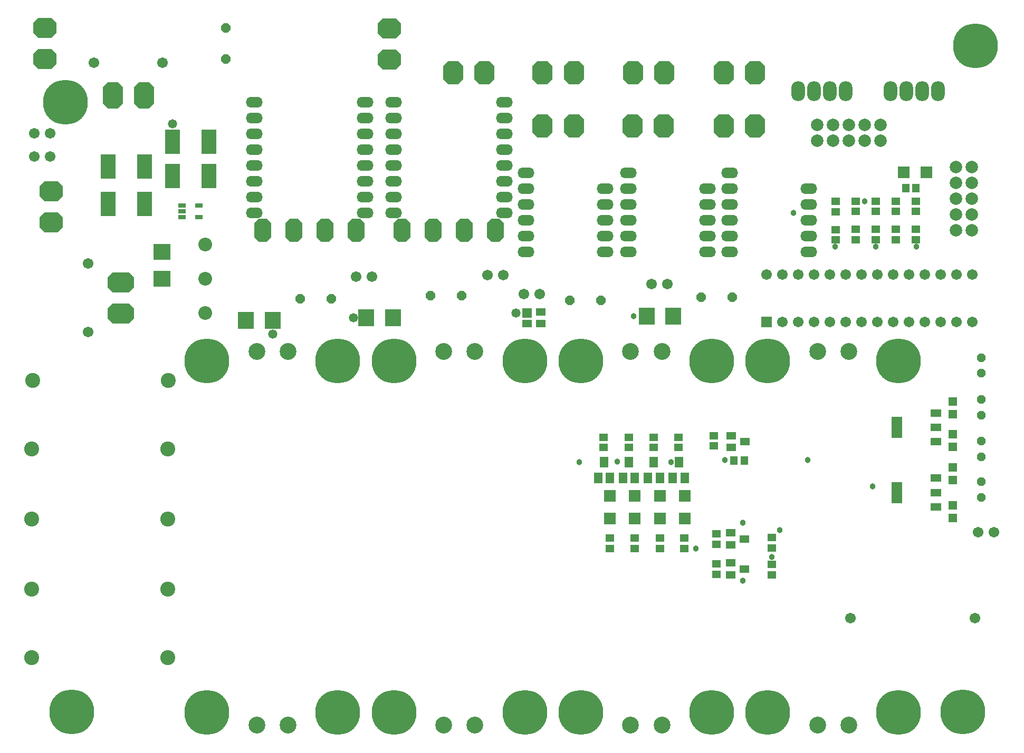
<source format=gts>
G04 Layer_Color=8388736*
%FSAX25Y25*%
%MOIN*%
G70*
G01*
G75*
%ADD58R,0.06706X0.13792*%
%ADD59R,0.06706X0.04737*%
%ADD60R,0.07800X0.07800*%
%ADD61R,0.07800X0.07800*%
%ADD62R,0.09800X0.15800*%
%ADD63R,0.10642X0.09855*%
%ADD64R,0.04934X0.03162*%
%ADD65R,0.09855X0.10642*%
%ADD66R,0.06312X0.06312*%
%ADD67R,0.06312X0.04737*%
%ADD68R,0.05300X0.05800*%
%ADD69R,0.05524X0.06706*%
%ADD70R,0.04800X0.05300*%
%ADD71R,0.05300X0.04800*%
G04:AMPARAMS|DCode=72|XSize=126.11mil|YSize=165.48mil|CornerRadius=0mil|HoleSize=0mil|Usage=FLASHONLY|Rotation=0.000|XOffset=0mil|YOffset=0mil|HoleType=Round|Shape=Octagon|*
%AMOCTAGOND72*
4,1,8,-0.03153,0.08274,0.03153,0.08274,0.06306,0.05121,0.06306,-0.05121,0.03153,-0.08274,-0.03153,-0.08274,-0.06306,-0.05121,-0.06306,0.05121,-0.03153,0.08274,0.0*
%
%ADD72OCTAGOND72*%

G04:AMPARAMS|DCode=73|XSize=126.11mil|YSize=165.48mil|CornerRadius=0mil|HoleSize=0mil|Usage=FLASHONLY|Rotation=90.000|XOffset=0mil|YOffset=0mil|HoleType=Round|Shape=Octagon|*
%AMOCTAGOND73*
4,1,8,-0.08274,-0.03153,-0.08274,0.03153,-0.05121,0.06306,0.05121,0.06306,0.08274,0.03153,0.08274,-0.03153,0.05121,-0.06306,-0.05121,-0.06306,-0.08274,-0.03153,0.0*
%
%ADD73OCTAGOND73*%

%ADD74C,0.10642*%
%ADD75C,0.07887*%
G04:AMPARAMS|DCode=76|XSize=126.11mil|YSize=145.79mil|CornerRadius=0mil|HoleSize=0mil|Usage=FLASHONLY|Rotation=90.000|XOffset=0mil|YOffset=0mil|HoleType=Round|Shape=Octagon|*
%AMOCTAGOND76*
4,1,8,-0.07290,-0.03153,-0.07290,0.03153,-0.04137,0.06306,0.04137,0.06306,0.07290,0.03153,0.07290,-0.03153,0.04137,-0.06306,-0.04137,-0.06306,-0.07290,-0.03153,0.0*
%
%ADD76OCTAGOND76*%

%ADD77P,0.06278X8X112.5*%
%ADD78C,0.09461*%
%ADD79O,0.10642X0.06706*%
G04:AMPARAMS|DCode=80|XSize=106.42mil|YSize=145.79mil|CornerRadius=0mil|HoleSize=0mil|Usage=FLASHONLY|Rotation=180.000|XOffset=0mil|YOffset=0mil|HoleType=Round|Shape=Octagon|*
%AMOCTAGOND80*
4,1,8,0.02661,-0.07290,-0.02661,-0.07290,-0.05321,-0.04629,-0.05321,0.04629,-0.02661,0.07290,0.02661,0.07290,0.05321,0.04629,0.05321,-0.04629,0.02661,-0.07290,0.0*
%
%ADD80OCTAGOND80*%

%ADD81C,0.08674*%
%ADD82P,0.06278X8X22.5*%
G04:AMPARAMS|DCode=83|XSize=126.11mil|YSize=145.79mil|CornerRadius=0mil|HoleSize=0mil|Usage=FLASHONLY|Rotation=180.000|XOffset=0mil|YOffset=0mil|HoleType=Round|Shape=Octagon|*
%AMOCTAGOND83*
4,1,8,0.03153,-0.07290,-0.03153,-0.07290,-0.06306,-0.04137,-0.06306,0.04137,-0.03153,0.07290,0.03153,0.07290,0.06306,0.04137,0.06306,-0.04137,0.03153,-0.07290,0.0*
%
%ADD83OCTAGOND83*%

%ADD84C,0.06706*%
%ADD85R,0.06706X0.06706*%
%ADD86P,0.05737X8X112.5*%
%ADD87O,0.08674X0.12611*%
%ADD88C,0.03800*%
%ADD89C,0.28359*%
%ADD90C,0.05800*%
D58*
X0656297Y0170755D02*
D03*
Y0212055D02*
D03*
D59*
X0681100Y0179810D02*
D03*
Y0170755D02*
D03*
Y0161700D02*
D03*
Y0203000D02*
D03*
Y0212055D02*
D03*
Y0221110D02*
D03*
D60*
X0522348Y0168700D02*
D03*
Y0154200D02*
D03*
X0506600Y0168700D02*
D03*
Y0154200D02*
D03*
X0490852Y0168700D02*
D03*
Y0154200D02*
D03*
X0475104Y0168700D02*
D03*
Y0154200D02*
D03*
D61*
X0660600Y0373200D02*
D03*
X0675100D02*
D03*
D62*
X0181102Y0376969D02*
D03*
X0158102D02*
D03*
X0198819Y0371063D02*
D03*
X0221819D02*
D03*
X0198819Y0392717D02*
D03*
X0221819D02*
D03*
X0181102Y0353346D02*
D03*
X0158102D02*
D03*
D63*
X0191929Y0322835D02*
D03*
Y0305906D02*
D03*
D64*
X0215354Y0352362D02*
D03*
Y0344882D02*
D03*
X0204724D02*
D03*
Y0348622D02*
D03*
Y0352362D02*
D03*
D65*
X0244969Y0279528D02*
D03*
X0261898D02*
D03*
X0338079Y0281232D02*
D03*
X0321150D02*
D03*
X0515177Y0282398D02*
D03*
X0498248D02*
D03*
D66*
X0422600Y0284200D02*
D03*
D67*
Y0277507D02*
D03*
X0431261D02*
D03*
Y0284987D02*
D03*
X0559924Y0122435D02*
D03*
X0551262Y0118695D02*
D03*
Y0126176D02*
D03*
X0559924Y0141435D02*
D03*
X0551262Y0137695D02*
D03*
Y0145176D02*
D03*
X0560261Y0202940D02*
D03*
X0551600Y0199200D02*
D03*
Y0206680D02*
D03*
D68*
X0691600Y0186500D02*
D03*
Y0178500D02*
D03*
Y0162500D02*
D03*
Y0154500D02*
D03*
Y0207700D02*
D03*
Y0199700D02*
D03*
Y0228200D02*
D03*
Y0220200D02*
D03*
D69*
X0471364Y0189960D02*
D03*
X0475104Y0180117D02*
D03*
X0467624D02*
D03*
X0487112Y0189960D02*
D03*
X0490852Y0180117D02*
D03*
X0483372D02*
D03*
X0502860Y0189960D02*
D03*
X0506600Y0180117D02*
D03*
X0499120D02*
D03*
X0518608Y0189960D02*
D03*
X0522348Y0180117D02*
D03*
X0514868D02*
D03*
D70*
X0661946Y0363201D02*
D03*
X0668446D02*
D03*
X0560018Y0190931D02*
D03*
X0553518D02*
D03*
D71*
X0668364Y0337296D02*
D03*
Y0330796D02*
D03*
X0655600Y0337296D02*
D03*
Y0330796D02*
D03*
X0643041Y0337296D02*
D03*
Y0330796D02*
D03*
X0630293Y0337296D02*
D03*
Y0330796D02*
D03*
X0617643Y0337099D02*
D03*
Y0330599D02*
D03*
X0668364Y0355012D02*
D03*
Y0348512D02*
D03*
X0655600Y0355012D02*
D03*
Y0348512D02*
D03*
X0643041Y0355012D02*
D03*
Y0348512D02*
D03*
X0630293Y0355012D02*
D03*
Y0348512D02*
D03*
X0617546Y0354961D02*
D03*
Y0348461D02*
D03*
X0475103Y0135381D02*
D03*
Y0141881D02*
D03*
X0522150Y0135381D02*
D03*
Y0141881D02*
D03*
X0506599Y0135381D02*
D03*
Y0141881D02*
D03*
X0490753Y0135381D02*
D03*
Y0141881D02*
D03*
X0471166Y0199259D02*
D03*
Y0205759D02*
D03*
X0486914Y0199259D02*
D03*
Y0205759D02*
D03*
X0502662Y0199259D02*
D03*
Y0205759D02*
D03*
X0518410Y0199259D02*
D03*
Y0205759D02*
D03*
X0540772Y0200231D02*
D03*
Y0206731D02*
D03*
X0577261Y0135726D02*
D03*
Y0142227D02*
D03*
X0542263Y0144625D02*
D03*
Y0138125D02*
D03*
X0577261Y0118727D02*
D03*
Y0125226D02*
D03*
X0542263Y0125625D02*
D03*
Y0119125D02*
D03*
D72*
X0161017Y0422043D02*
D03*
X0180702D02*
D03*
D73*
X0165900Y0284057D02*
D03*
Y0303743D02*
D03*
D74*
X0625984Y0259842D02*
D03*
Y0023622D02*
D03*
X0606299Y0259842D02*
D03*
Y0023622D02*
D03*
X0271654Y0259842D02*
D03*
Y0023622D02*
D03*
X0251969Y0259842D02*
D03*
Y0023622D02*
D03*
X0389764Y0259842D02*
D03*
Y0023622D02*
D03*
X0370079Y0259842D02*
D03*
Y0023622D02*
D03*
X0507874Y0259842D02*
D03*
Y0023622D02*
D03*
X0488189Y0259842D02*
D03*
Y0023622D02*
D03*
D75*
X0646100Y0403200D02*
D03*
X0636100D02*
D03*
X0626100D02*
D03*
X0616100D02*
D03*
X0606100D02*
D03*
X0646100Y0393200D02*
D03*
X0636100D02*
D03*
X0626100D02*
D03*
X0616100D02*
D03*
X0606100D02*
D03*
X0703600Y0336700D02*
D03*
Y0346700D02*
D03*
Y0356700D02*
D03*
Y0366700D02*
D03*
Y0376700D02*
D03*
X0693600Y0336700D02*
D03*
Y0346700D02*
D03*
Y0356700D02*
D03*
Y0366700D02*
D03*
Y0376700D02*
D03*
D76*
X0118110Y0444882D02*
D03*
Y0464567D02*
D03*
X0335600Y0444515D02*
D03*
Y0464200D02*
D03*
X0122047Y0361221D02*
D03*
Y0341535D02*
D03*
D77*
X0232277Y0444877D02*
D03*
Y0464562D02*
D03*
D78*
X0109843Y0066339D02*
D03*
X0195669D02*
D03*
X0109843Y0109646D02*
D03*
X0195669D02*
D03*
X0109843Y0153937D02*
D03*
X0195669D02*
D03*
X0109843Y0198228D02*
D03*
X0195669D02*
D03*
X0110236Y0241732D02*
D03*
X0196063D02*
D03*
D79*
X0320378Y0347638D02*
D03*
Y0357638D02*
D03*
Y0367638D02*
D03*
Y0377638D02*
D03*
Y0387638D02*
D03*
Y0397638D02*
D03*
X0250378D02*
D03*
Y0387638D02*
D03*
Y0367638D02*
D03*
Y0377638D02*
D03*
Y0357638D02*
D03*
Y0347638D02*
D03*
X0320378Y0407638D02*
D03*
Y0417638D02*
D03*
X0250378Y0407638D02*
D03*
Y0417638D02*
D03*
X0408319Y0347638D02*
D03*
Y0357638D02*
D03*
Y0367638D02*
D03*
Y0377638D02*
D03*
Y0387638D02*
D03*
Y0397638D02*
D03*
X0338319D02*
D03*
Y0387638D02*
D03*
Y0367638D02*
D03*
Y0377638D02*
D03*
Y0357638D02*
D03*
Y0347638D02*
D03*
X0408319Y0407638D02*
D03*
Y0417638D02*
D03*
X0338319Y0407638D02*
D03*
Y0417638D02*
D03*
X0472000Y0322835D02*
D03*
D03*
Y0332835D02*
D03*
Y0342835D02*
D03*
Y0352835D02*
D03*
Y0362835D02*
D03*
X0422000Y0372835D02*
D03*
Y0362835D02*
D03*
Y0342835D02*
D03*
Y0352835D02*
D03*
Y0332835D02*
D03*
Y0322835D02*
D03*
X0536803D02*
D03*
D03*
Y0332835D02*
D03*
Y0342835D02*
D03*
Y0352835D02*
D03*
Y0362835D02*
D03*
X0486803Y0372835D02*
D03*
Y0362835D02*
D03*
Y0342835D02*
D03*
Y0352835D02*
D03*
Y0332835D02*
D03*
Y0322835D02*
D03*
X0600606D02*
D03*
D03*
Y0332835D02*
D03*
Y0342835D02*
D03*
Y0352835D02*
D03*
Y0362835D02*
D03*
X0550606Y0372835D02*
D03*
Y0362835D02*
D03*
Y0342835D02*
D03*
Y0352835D02*
D03*
Y0332835D02*
D03*
Y0322835D02*
D03*
D80*
X0314866Y0336614D02*
D03*
X0295181D02*
D03*
X0275496D02*
D03*
X0255811D02*
D03*
X0402807D02*
D03*
X0383122D02*
D03*
X0363437D02*
D03*
X0343752D02*
D03*
D81*
X0219488Y0284252D02*
D03*
Y0305906D02*
D03*
Y0327559D02*
D03*
D82*
X0298898Y0293307D02*
D03*
X0279213D02*
D03*
X0381386Y0295307D02*
D03*
X0361701D02*
D03*
X0469285Y0292200D02*
D03*
X0449600D02*
D03*
X0552285Y0294200D02*
D03*
X0532600D02*
D03*
D83*
X0375915Y0436200D02*
D03*
X0395600D02*
D03*
X0432535Y0402559D02*
D03*
X0452220D02*
D03*
X0432535Y0436200D02*
D03*
X0452220D02*
D03*
X0489339Y0402559D02*
D03*
X0509024D02*
D03*
X0489732Y0436200D02*
D03*
X0509417D02*
D03*
X0547110Y0402559D02*
D03*
X0566795D02*
D03*
X0547110Y0436200D02*
D03*
X0566795D02*
D03*
D84*
X0324600Y0307200D02*
D03*
X0314600D02*
D03*
X0407600Y0308200D02*
D03*
X0397600D02*
D03*
X0430600Y0296200D02*
D03*
X0420600D02*
D03*
X0511299Y0302476D02*
D03*
X0501299D02*
D03*
X0121221Y0383465D02*
D03*
X0111221D02*
D03*
X0121221Y0398130D02*
D03*
X0111221D02*
D03*
X0583970Y0278700D02*
D03*
X0593970D02*
D03*
X0603970D02*
D03*
X0613970D02*
D03*
X0623970D02*
D03*
X0633970D02*
D03*
X0643970D02*
D03*
X0653970D02*
D03*
X0663970D02*
D03*
X0673970D02*
D03*
X0683970D02*
D03*
X0693970D02*
D03*
X0703970D02*
D03*
X0573970Y0308700D02*
D03*
X0583970D02*
D03*
X0593970D02*
D03*
X0603970D02*
D03*
X0613970D02*
D03*
X0623970D02*
D03*
X0633970D02*
D03*
X0643970D02*
D03*
X0653970D02*
D03*
X0663970D02*
D03*
X0673970D02*
D03*
X0683970D02*
D03*
X0693970D02*
D03*
X0703970D02*
D03*
X0626954Y0091200D02*
D03*
X0705694D02*
D03*
X0717868Y0145665D02*
D03*
X0707868D02*
D03*
X0192513Y0442515D02*
D03*
X0149206D02*
D03*
X0145428Y0315553D02*
D03*
Y0272247D02*
D03*
D85*
X0573970Y0278700D02*
D03*
D86*
X0709600Y0246200D02*
D03*
Y0256043D02*
D03*
Y0219700D02*
D03*
Y0229542D02*
D03*
Y0193358D02*
D03*
Y0203200D02*
D03*
X0709700Y0167657D02*
D03*
Y0177500D02*
D03*
D87*
X0624175Y0424500D02*
D03*
X0614175D02*
D03*
X0604175D02*
D03*
X0594175D02*
D03*
X0682277Y0424499D02*
D03*
X0672277D02*
D03*
X0662277D02*
D03*
X0652277D02*
D03*
D88*
X0641100Y0174700D02*
D03*
X0455850Y0189950D02*
D03*
X0600100Y0191200D02*
D03*
X0547600D02*
D03*
X0489980Y0282299D02*
D03*
X0529262Y0135276D02*
D03*
X0479562Y0190176D02*
D03*
X0513662Y0190076D02*
D03*
X0558962Y0151476D02*
D03*
Y0114976D02*
D03*
X0582462Y0146976D02*
D03*
X0577462Y0129976D02*
D03*
X0591000Y0347700D02*
D03*
X0636000Y0355100D02*
D03*
X0642900Y0326300D02*
D03*
X0617400D02*
D03*
X0668795Y0326200D02*
D03*
D89*
X0657480Y0031496D02*
D03*
Y0253937D02*
D03*
X0574803D02*
D03*
Y0031496D02*
D03*
X0303150D02*
D03*
Y0253937D02*
D03*
X0220472D02*
D03*
Y0031496D02*
D03*
X0421260D02*
D03*
Y0253937D02*
D03*
X0338583D02*
D03*
Y0031496D02*
D03*
X0539370D02*
D03*
Y0253937D02*
D03*
X0456693D02*
D03*
Y0031496D02*
D03*
X0135033Y0031885D02*
D03*
X0698025D02*
D03*
X0705899Y0453145D02*
D03*
X0131096Y0417712D02*
D03*
D90*
X0312882Y0281331D02*
D03*
X0198819Y0404134D02*
D03*
X0261898Y0270866D02*
D03*
X0415600Y0284200D02*
D03*
M02*

</source>
